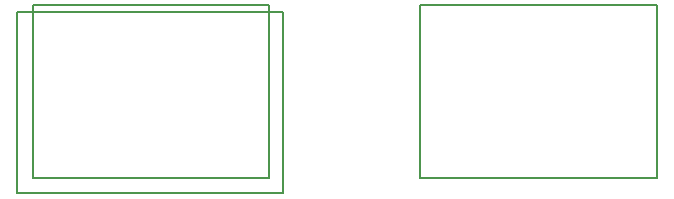
<source format=gm1>
G04 Layer_Color=16711935*
%FSLAX25Y25*%
%MOIN*%
G70*
G01*
G75*
%ADD47C,0.00787*%
D47*
X133071Y71063D02*
X211811D01*
X133071Y13583D02*
X211811D01*
Y71063D01*
X133071Y13583D02*
Y71063D01*
X3937D02*
X82677D01*
X3937Y13583D02*
X82677D01*
Y71063D01*
X3937Y13583D02*
Y71063D01*
X87291Y8514D02*
Y68750D01*
X-1291Y8514D02*
Y68750D01*
X87291D01*
X-1291Y8514D02*
X87291D01*
M02*

</source>
